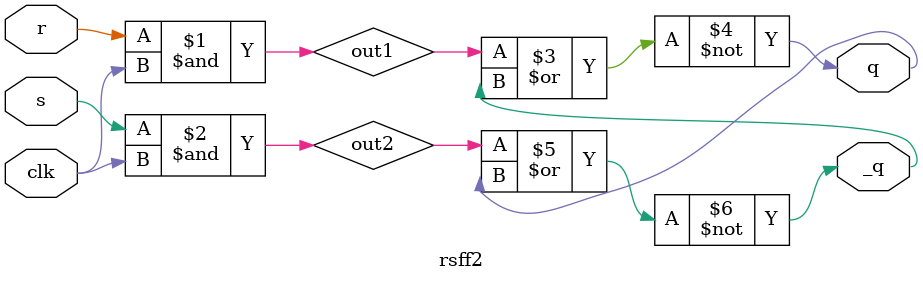
<source format=v>
`timescale 1ns / 1ps

module rsff2(
    input clk, r, s,
    output q, _q
    );
    
    wire out1;
    wire out2;
    
    assign out1 = r&clk;
    assign out2 = s&clk;
    assign q = ~(out1|_q);
    assign _q = ~(out2|q);
    
endmodule
</source>
